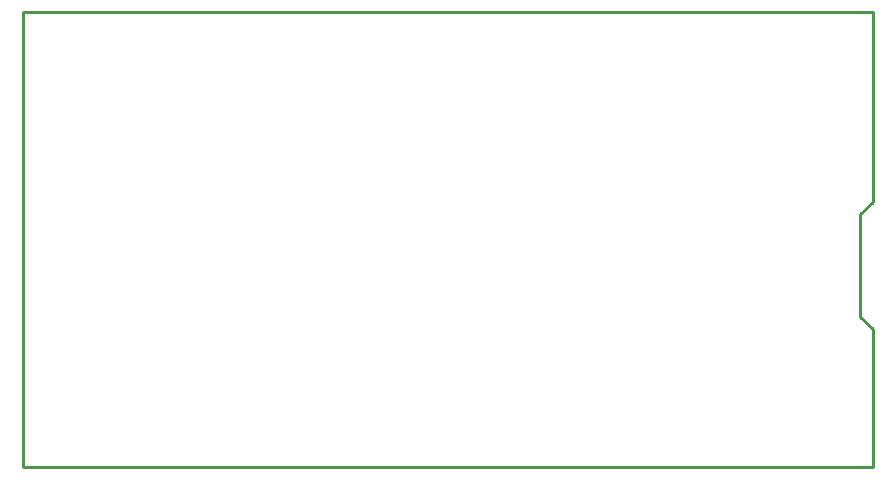
<source format=gbr>
G04 #@! TF.GenerationSoftware,KiCad,Pcbnew,5.1.0-rc2-unknown-036be7d~80~ubuntu16.04.1*
G04 #@! TF.CreationDate,2023-11-01T16:14:12+02:00*
G04 #@! TF.ProjectId,RP2040-PICO-PC_rev_D,52503230-3430-42d5-9049-434f2d50435f,D*
G04 #@! TF.SameCoordinates,Original*
G04 #@! TF.FileFunction,Profile,NP*
%FSLAX46Y46*%
G04 Gerber Fmt 4.6, Leading zero omitted, Abs format (unit mm)*
G04 Created by KiCad (PCBNEW 5.1.0-rc2-unknown-036be7d~80~ubuntu16.04.1) date 2023-11-01 16:14:12*
%MOMM*%
%LPD*%
G04 APERTURE LIST*
%ADD10C,0.254000*%
G04 APERTURE END LIST*
D10*
X190600000Y-117100000D02*
X190600000Y-101000000D01*
X189500000Y-118100000D02*
X190600000Y-117100000D01*
X189500000Y-126800000D02*
X189500000Y-118100000D01*
X190600000Y-127800000D02*
X189500000Y-126800000D01*
X190600000Y-101000000D02*
X118600000Y-101000000D01*
X190600000Y-139500000D02*
X190600000Y-127800000D01*
X118600000Y-139500000D02*
X190600000Y-139500000D01*
X118600000Y-101000000D02*
X118600000Y-139500000D01*
M02*

</source>
